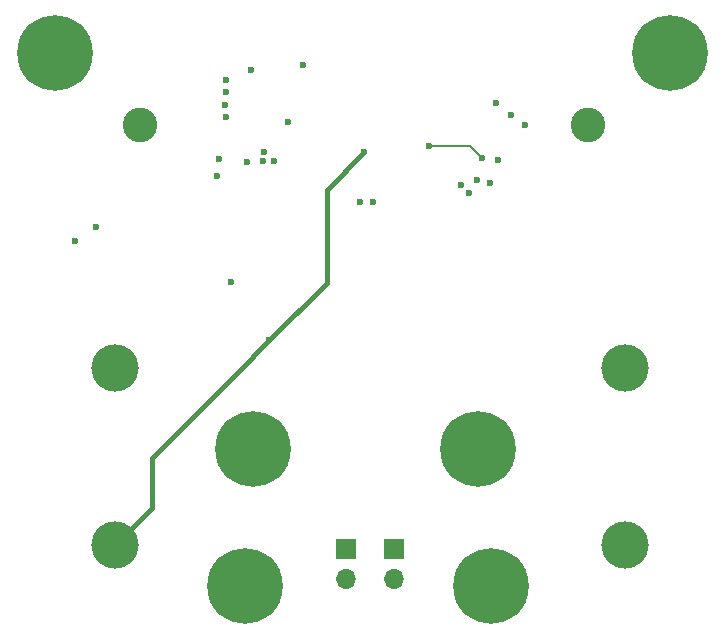
<source format=gbr>
%TF.GenerationSoftware,KiCad,Pcbnew,8.0.1*%
%TF.CreationDate,2024-04-22T08:31:39-07:00*%
%TF.ProjectId,milliohm_meter,6d696c6c-696f-4686-9d5f-6d657465722e,rev?*%
%TF.SameCoordinates,Original*%
%TF.FileFunction,Copper,L4,Bot*%
%TF.FilePolarity,Positive*%
%FSLAX46Y46*%
G04 Gerber Fmt 4.6, Leading zero omitted, Abs format (unit mm)*
G04 Created by KiCad (PCBNEW 8.0.1) date 2024-04-22 08:31:39*
%MOMM*%
%LPD*%
G01*
G04 APERTURE LIST*
%TA.AperFunction,ComponentPad*%
%ADD10C,6.400000*%
%TD*%
%TA.AperFunction,ComponentPad*%
%ADD11R,1.700000X1.700000*%
%TD*%
%TA.AperFunction,ComponentPad*%
%ADD12O,1.700000X1.700000*%
%TD*%
%TA.AperFunction,ComponentPad*%
%ADD13C,4.000000*%
%TD*%
%TA.AperFunction,ComponentPad*%
%ADD14C,2.940000*%
%TD*%
%TA.AperFunction,ViaPad*%
%ADD15C,0.600000*%
%TD*%
%TA.AperFunction,Conductor*%
%ADD16C,0.400000*%
%TD*%
%TA.AperFunction,Conductor*%
%ADD17C,0.200000*%
%TD*%
G04 APERTURE END LIST*
D10*
%TO.P,J8,1,Pin_1*%
%TO.N,GND*%
X147574000Y-90678000D03*
%TD*%
D11*
%TO.P,J4,1,Pin_1*%
%TO.N,VCC*%
X136423000Y-99156200D03*
D12*
%TO.P,J4,2,Pin_2*%
%TO.N,GND*%
X136423000Y-101696200D03*
%TD*%
D10*
%TO.P,H2,1,1*%
%TO.N,GND*%
X163830000Y-57150000D03*
%TD*%
D13*
%TO.P,J2,1,Pin_1*%
%TO.N,Net-(D1-K)*%
X116840000Y-83820000D03*
%TD*%
D11*
%TO.P,J3,1,Pin_1*%
%TO.N,/V_OUT*%
X140487000Y-99156200D03*
D12*
%TO.P,J3,2,Pin_2*%
%TO.N,GND*%
X140487000Y-101696200D03*
%TD*%
D10*
%TO.P,H4,1,1*%
%TO.N,GND*%
X148640800Y-102260400D03*
%TD*%
D13*
%TO.P,J6,1,Pin_1*%
%TO.N,/SENSE-*%
X160020000Y-98806000D03*
%TD*%
D10*
%TO.P,J7,1,Pin_1*%
%TO.N,/V_OUT*%
X128524000Y-90678000D03*
%TD*%
D13*
%TO.P,J5,1,Pin_1*%
%TO.N,/SENSE+*%
X160020000Y-83820000D03*
%TD*%
D10*
%TO.P,H1,1,1*%
%TO.N,GND*%
X111760000Y-57150000D03*
%TD*%
D13*
%TO.P,J1,1,Pin_1*%
%TO.N,/FORCE-*%
X116840000Y-98806000D03*
%TD*%
D10*
%TO.P,H3,1,1*%
%TO.N,GND*%
X127863600Y-102260400D03*
%TD*%
D14*
%TO.P,BAT1,1,-*%
%TO.N,Net-(BAT1--)*%
X156922000Y-63246000D03*
%TO.P,BAT1,2,+*%
%TO.N,Net-(BAT1-+)*%
X118952000Y-63246000D03*
%TD*%
D15*
%TO.N,VCC*%
X132765800Y-58140600D03*
%TO.N,GND*%
X128320800Y-58547000D03*
%TO.N,VCC*%
X131470400Y-62992000D03*
X125450600Y-67564000D03*
X149072600Y-61366400D03*
X149301200Y-66217800D03*
X148564600Y-68148200D03*
X115214400Y-71907400D03*
X126695200Y-76555600D03*
X113436400Y-73075800D03*
X130302000Y-66243200D03*
%TO.N,GND*%
X138684000Y-69723000D03*
X126184600Y-61518800D03*
X126235400Y-60426600D03*
X137541000Y-69723000D03*
X147523200Y-67919600D03*
X128016000Y-66344800D03*
X146812000Y-68961000D03*
X151587200Y-63246000D03*
X146126200Y-68275200D03*
X129489200Y-65532000D03*
X150368000Y-62407800D03*
X125628400Y-66090800D03*
X129336800Y-66243200D03*
X126210000Y-59410600D03*
X126210000Y-62585600D03*
%TO.N,/FORCE-*%
X137922000Y-65532000D03*
X129908300Y-81445100D03*
%TO.N,/V_OUT*%
X143383000Y-64973200D03*
X147929600Y-66040000D03*
%TD*%
D16*
%TO.N,/FORCE-*%
X134747000Y-76606400D02*
X129908300Y-81445100D01*
X127139700Y-84213700D02*
X119964200Y-91389200D01*
X134747000Y-68707000D02*
X134747000Y-76606400D01*
X119964200Y-95681800D02*
X116840000Y-98806000D01*
X119964200Y-91389200D02*
X119964200Y-95681800D01*
X137922000Y-65532000D02*
X134747000Y-68707000D01*
X129908300Y-81445100D02*
X127139700Y-84213700D01*
D17*
%TO.N,/V_OUT*%
X146862800Y-64973200D02*
X143383000Y-64973200D01*
X147929600Y-66040000D02*
X146862800Y-64973200D01*
%TD*%
M02*

</source>
